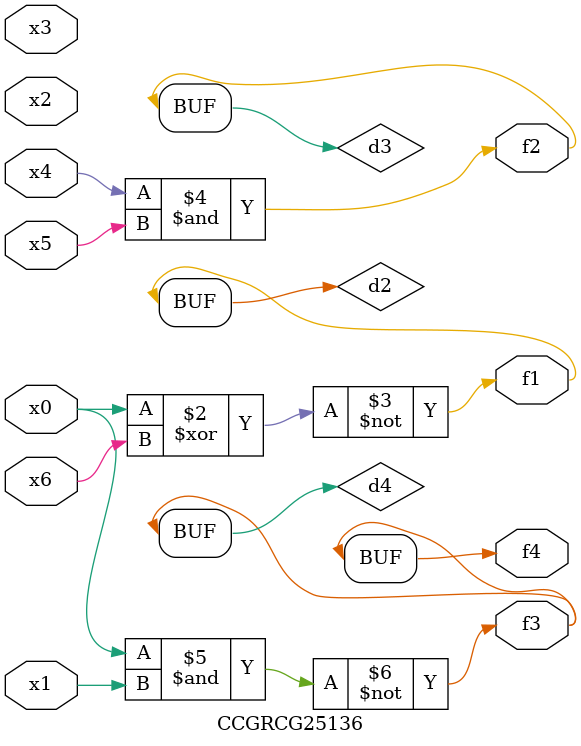
<source format=v>
module CCGRCG25136(
	input x0, x1, x2, x3, x4, x5, x6,
	output f1, f2, f3, f4
);

	wire d1, d2, d3, d4;

	nor (d1, x0);
	xnor (d2, x0, x6);
	and (d3, x4, x5);
	nand (d4, x0, x1);
	assign f1 = d2;
	assign f2 = d3;
	assign f3 = d4;
	assign f4 = d4;
endmodule

</source>
